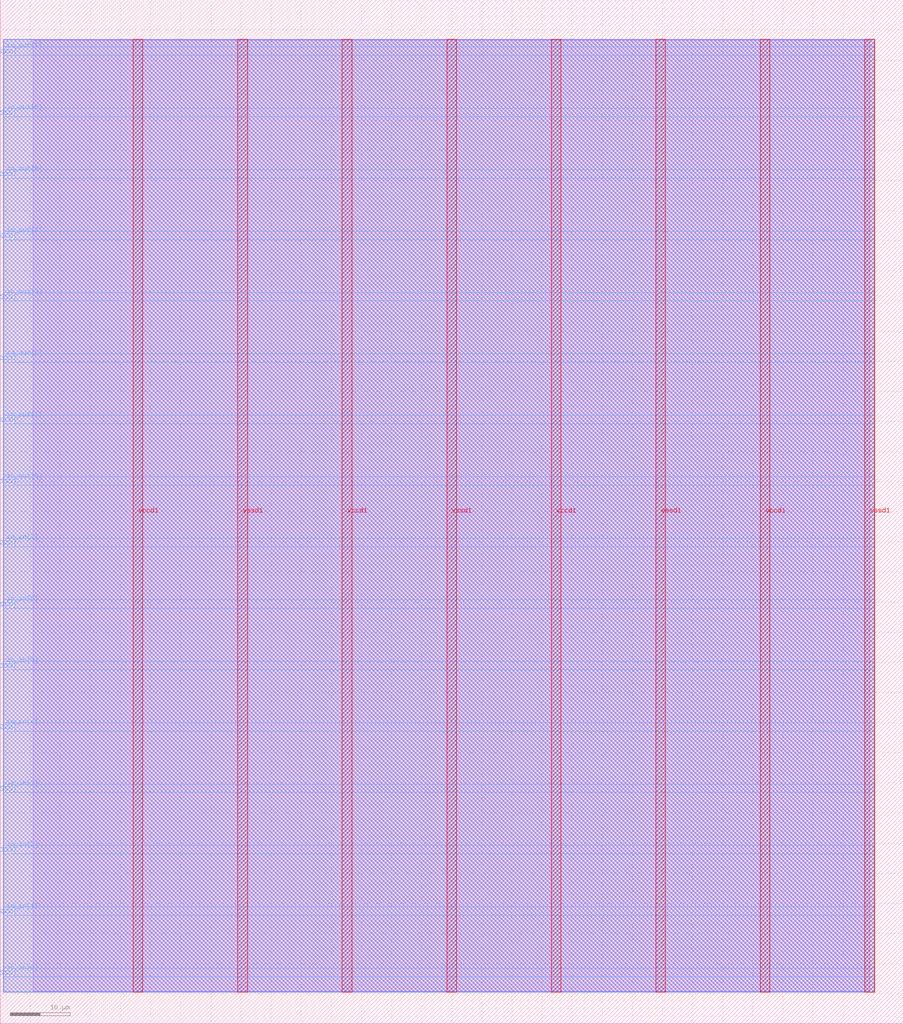
<source format=lef>
VERSION 5.7 ;
  NOWIREEXTENSIONATPIN ON ;
  DIVIDERCHAR "/" ;
  BUSBITCHARS "[]" ;
MACRO zoechip
  CLASS BLOCK ;
  FOREIGN zoechip ;
  ORIGIN 0.000 0.000 ;
  SIZE 150.000 BY 170.000 ;
  PIN io_in[0]
    DIRECTION INPUT ;
    USE SIGNAL ;
    PORT
      LAYER met3 ;
        RECT 0.000 8.200 2.000 8.800 ;
    END
  END io_in[0]
  PIN io_in[1]
    DIRECTION INPUT ;
    USE SIGNAL ;
    PORT
      LAYER met3 ;
        RECT 0.000 18.400 2.000 19.000 ;
    END
  END io_in[1]
  PIN io_in[2]
    DIRECTION INPUT ;
    USE SIGNAL ;
    PORT
      LAYER met3 ;
        RECT 0.000 28.600 2.000 29.200 ;
    END
  END io_in[2]
  PIN io_in[3]
    DIRECTION INPUT ;
    USE SIGNAL ;
    PORT
      LAYER met3 ;
        RECT 0.000 38.800 2.000 39.400 ;
    END
  END io_in[3]
  PIN io_in[4]
    DIRECTION INPUT ;
    USE SIGNAL ;
    PORT
      LAYER met3 ;
        RECT 0.000 49.000 2.000 49.600 ;
    END
  END io_in[4]
  PIN io_in[5]
    DIRECTION INPUT ;
    USE SIGNAL ;
    PORT
      LAYER met3 ;
        RECT 0.000 59.200 2.000 59.800 ;
    END
  END io_in[5]
  PIN io_in[6]
    DIRECTION INPUT ;
    USE SIGNAL ;
    PORT
      LAYER met3 ;
        RECT 0.000 69.400 2.000 70.000 ;
    END
  END io_in[6]
  PIN io_in[7]
    DIRECTION INPUT ;
    USE SIGNAL ;
    PORT
      LAYER met3 ;
        RECT 0.000 79.600 2.000 80.200 ;
    END
  END io_in[7]
  PIN io_out[0]
    DIRECTION OUTPUT TRISTATE ;
    USE SIGNAL ;
    PORT
      LAYER met3 ;
        RECT 0.000 89.800 2.000 90.400 ;
    END
  END io_out[0]
  PIN io_out[1]
    DIRECTION OUTPUT TRISTATE ;
    USE SIGNAL ;
    PORT
      LAYER met3 ;
        RECT 0.000 100.000 2.000 100.600 ;
    END
  END io_out[1]
  PIN io_out[2]
    DIRECTION OUTPUT TRISTATE ;
    USE SIGNAL ;
    PORT
      LAYER met3 ;
        RECT 0.000 110.200 2.000 110.800 ;
    END
  END io_out[2]
  PIN io_out[3]
    DIRECTION OUTPUT TRISTATE ;
    USE SIGNAL ;
    PORT
      LAYER met3 ;
        RECT 0.000 120.400 2.000 121.000 ;
    END
  END io_out[3]
  PIN io_out[4]
    DIRECTION OUTPUT TRISTATE ;
    USE SIGNAL ;
    PORT
      LAYER met3 ;
        RECT 0.000 130.600 2.000 131.200 ;
    END
  END io_out[4]
  PIN io_out[5]
    DIRECTION OUTPUT TRISTATE ;
    USE SIGNAL ;
    PORT
      LAYER met3 ;
        RECT 0.000 140.800 2.000 141.400 ;
    END
  END io_out[5]
  PIN io_out[6]
    DIRECTION OUTPUT TRISTATE ;
    USE SIGNAL ;
    PORT
      LAYER met3 ;
        RECT 0.000 151.000 2.000 151.600 ;
    END
  END io_out[6]
  PIN io_out[7]
    DIRECTION OUTPUT TRISTATE ;
    USE SIGNAL ;
    PORT
      LAYER met3 ;
        RECT 0.000 161.200 2.000 161.800 ;
    END
  END io_out[7]
  PIN vccd1
    DIRECTION INOUT ;
    USE POWER ;
    PORT
      LAYER met4 ;
        RECT 22.085 5.200 23.685 163.440 ;
    END
    PORT
      LAYER met4 ;
        RECT 56.815 5.200 58.415 163.440 ;
    END
    PORT
      LAYER met4 ;
        RECT 91.545 5.200 93.145 163.440 ;
    END
    PORT
      LAYER met4 ;
        RECT 126.275 5.200 127.875 163.440 ;
    END
  END vccd1
  PIN vssd1
    DIRECTION INOUT ;
    USE GROUND ;
    PORT
      LAYER met4 ;
        RECT 39.450 5.200 41.050 163.440 ;
    END
    PORT
      LAYER met4 ;
        RECT 74.180 5.200 75.780 163.440 ;
    END
    PORT
      LAYER met4 ;
        RECT 108.910 5.200 110.510 163.440 ;
    END
    PORT
      LAYER met4 ;
        RECT 143.640 5.200 145.240 163.440 ;
    END
  END vssd1
  OBS
      LAYER li1 ;
        RECT 5.520 5.355 144.440 163.285 ;
      LAYER met1 ;
        RECT 0.530 5.200 145.240 163.440 ;
      LAYER met2 ;
        RECT 0.550 5.255 145.210 163.385 ;
      LAYER met3 ;
        RECT 0.525 162.200 145.230 163.365 ;
        RECT 2.400 160.800 145.230 162.200 ;
        RECT 0.525 152.000 145.230 160.800 ;
        RECT 2.400 150.600 145.230 152.000 ;
        RECT 0.525 141.800 145.230 150.600 ;
        RECT 2.400 140.400 145.230 141.800 ;
        RECT 0.525 131.600 145.230 140.400 ;
        RECT 2.400 130.200 145.230 131.600 ;
        RECT 0.525 121.400 145.230 130.200 ;
        RECT 2.400 120.000 145.230 121.400 ;
        RECT 0.525 111.200 145.230 120.000 ;
        RECT 2.400 109.800 145.230 111.200 ;
        RECT 0.525 101.000 145.230 109.800 ;
        RECT 2.400 99.600 145.230 101.000 ;
        RECT 0.525 90.800 145.230 99.600 ;
        RECT 2.400 89.400 145.230 90.800 ;
        RECT 0.525 80.600 145.230 89.400 ;
        RECT 2.400 79.200 145.230 80.600 ;
        RECT 0.525 70.400 145.230 79.200 ;
        RECT 2.400 69.000 145.230 70.400 ;
        RECT 0.525 60.200 145.230 69.000 ;
        RECT 2.400 58.800 145.230 60.200 ;
        RECT 0.525 50.000 145.230 58.800 ;
        RECT 2.400 48.600 145.230 50.000 ;
        RECT 0.525 39.800 145.230 48.600 ;
        RECT 2.400 38.400 145.230 39.800 ;
        RECT 0.525 29.600 145.230 38.400 ;
        RECT 2.400 28.200 145.230 29.600 ;
        RECT 0.525 19.400 145.230 28.200 ;
        RECT 2.400 18.000 145.230 19.400 ;
        RECT 0.525 9.200 145.230 18.000 ;
        RECT 2.400 7.800 145.230 9.200 ;
        RECT 0.525 5.275 145.230 7.800 ;
  END
END zoechip
END LIBRARY


</source>
